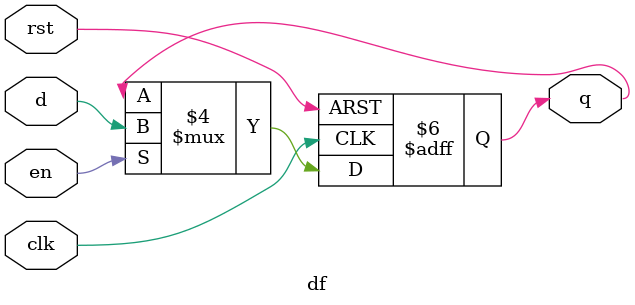
<source format=v>
module df(d, clk, rst, en, q);
	input d, clk, rst, en;
	output q;
	reg q;

	always@(posedge clk or posedge rst) begin
	if(rst == 1'b1) q <= 1'b0;
	else begin		
	if(en == 1'b1) q <= d;
	end
end
endmodule

</source>
